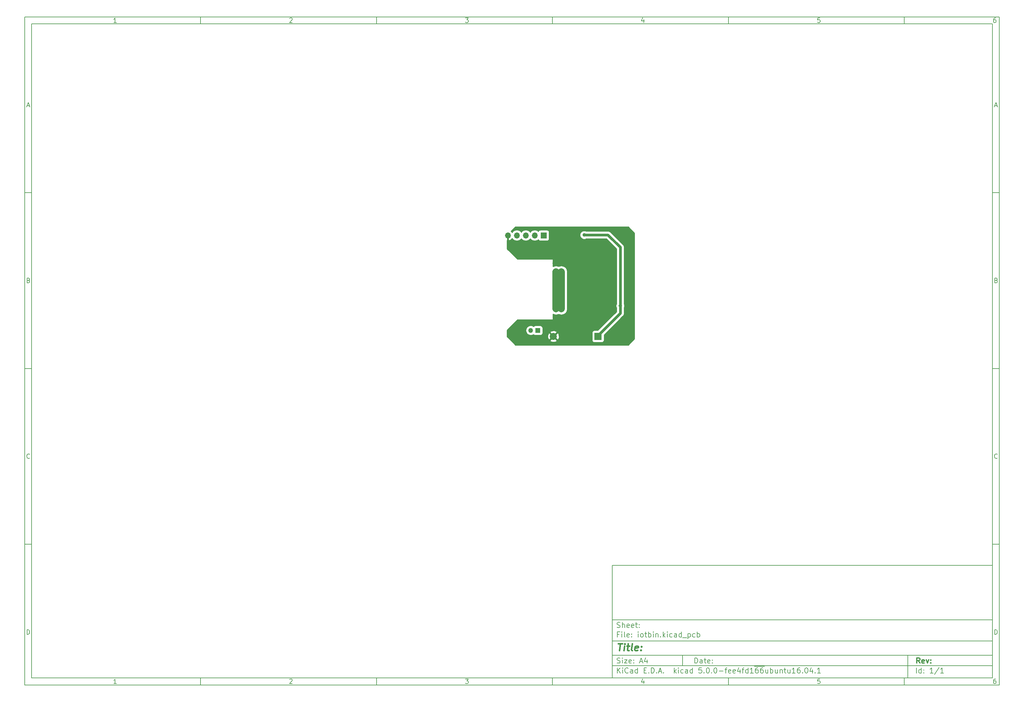
<source format=gbr>
G04 #@! TF.GenerationSoftware,KiCad,Pcbnew,5.0.0-fee4fd1~66~ubuntu16.04.1*
G04 #@! TF.CreationDate,2018-09-18T00:27:07+02:00*
G04 #@! TF.ProjectId,iotbin,696F7462696E2E6B696361645F706362,rev?*
G04 #@! TF.SameCoordinates,Original*
G04 #@! TF.FileFunction,Copper,L2,Bot,Signal*
G04 #@! TF.FilePolarity,Positive*
%FSLAX46Y46*%
G04 Gerber Fmt 4.6, Leading zero omitted, Abs format (unit mm)*
G04 Created by KiCad (PCBNEW 5.0.0-fee4fd1~66~ubuntu16.04.1) date Tue Sep 18 00:27:07 2018*
%MOMM*%
%LPD*%
G01*
G04 APERTURE LIST*
%ADD10C,0.100000*%
%ADD11C,0.150000*%
%ADD12C,0.300000*%
%ADD13C,0.400000*%
G04 #@! TA.AperFunction,ComponentPad*
%ADD14R,1.700000X1.700000*%
G04 #@! TD*
G04 #@! TA.AperFunction,ComponentPad*
%ADD15O,1.700000X1.700000*%
G04 #@! TD*
G04 #@! TA.AperFunction,ComponentPad*
%ADD16R,1.350000X1.350000*%
G04 #@! TD*
G04 #@! TA.AperFunction,ComponentPad*
%ADD17O,1.350000X1.350000*%
G04 #@! TD*
G04 #@! TA.AperFunction,ComponentPad*
%ADD18C,2.000000*%
G04 #@! TD*
G04 #@! TA.AperFunction,ComponentPad*
%ADD19R,2.000000X2.000000*%
G04 #@! TD*
G04 #@! TA.AperFunction,ViaPad*
%ADD20C,1.000000*%
G04 #@! TD*
G04 #@! TA.AperFunction,Conductor*
%ADD21C,0.750000*%
G04 #@! TD*
G04 #@! TA.AperFunction,Conductor*
%ADD22C,2.000000*%
G04 #@! TD*
G04 #@! TA.AperFunction,Conductor*
%ADD23C,0.254000*%
G04 #@! TD*
G04 APERTURE END LIST*
D10*
D11*
X177002200Y-166007200D02*
X177002200Y-198007200D01*
X285002200Y-198007200D01*
X285002200Y-166007200D01*
X177002200Y-166007200D01*
D10*
D11*
X10000000Y-10000000D02*
X10000000Y-200007200D01*
X287002200Y-200007200D01*
X287002200Y-10000000D01*
X10000000Y-10000000D01*
D10*
D11*
X12000000Y-12000000D02*
X12000000Y-198007200D01*
X285002200Y-198007200D01*
X285002200Y-12000000D01*
X12000000Y-12000000D01*
D10*
D11*
X60000000Y-12000000D02*
X60000000Y-10000000D01*
D10*
D11*
X110000000Y-12000000D02*
X110000000Y-10000000D01*
D10*
D11*
X160000000Y-12000000D02*
X160000000Y-10000000D01*
D10*
D11*
X210000000Y-12000000D02*
X210000000Y-10000000D01*
D10*
D11*
X260000000Y-12000000D02*
X260000000Y-10000000D01*
D10*
D11*
X36065476Y-11588095D02*
X35322619Y-11588095D01*
X35694047Y-11588095D02*
X35694047Y-10288095D01*
X35570238Y-10473809D01*
X35446428Y-10597619D01*
X35322619Y-10659523D01*
D10*
D11*
X85322619Y-10411904D02*
X85384523Y-10350000D01*
X85508333Y-10288095D01*
X85817857Y-10288095D01*
X85941666Y-10350000D01*
X86003571Y-10411904D01*
X86065476Y-10535714D01*
X86065476Y-10659523D01*
X86003571Y-10845238D01*
X85260714Y-11588095D01*
X86065476Y-11588095D01*
D10*
D11*
X135260714Y-10288095D02*
X136065476Y-10288095D01*
X135632142Y-10783333D01*
X135817857Y-10783333D01*
X135941666Y-10845238D01*
X136003571Y-10907142D01*
X136065476Y-11030952D01*
X136065476Y-11340476D01*
X136003571Y-11464285D01*
X135941666Y-11526190D01*
X135817857Y-11588095D01*
X135446428Y-11588095D01*
X135322619Y-11526190D01*
X135260714Y-11464285D01*
D10*
D11*
X185941666Y-10721428D02*
X185941666Y-11588095D01*
X185632142Y-10226190D02*
X185322619Y-11154761D01*
X186127380Y-11154761D01*
D10*
D11*
X236003571Y-10288095D02*
X235384523Y-10288095D01*
X235322619Y-10907142D01*
X235384523Y-10845238D01*
X235508333Y-10783333D01*
X235817857Y-10783333D01*
X235941666Y-10845238D01*
X236003571Y-10907142D01*
X236065476Y-11030952D01*
X236065476Y-11340476D01*
X236003571Y-11464285D01*
X235941666Y-11526190D01*
X235817857Y-11588095D01*
X235508333Y-11588095D01*
X235384523Y-11526190D01*
X235322619Y-11464285D01*
D10*
D11*
X285941666Y-10288095D02*
X285694047Y-10288095D01*
X285570238Y-10350000D01*
X285508333Y-10411904D01*
X285384523Y-10597619D01*
X285322619Y-10845238D01*
X285322619Y-11340476D01*
X285384523Y-11464285D01*
X285446428Y-11526190D01*
X285570238Y-11588095D01*
X285817857Y-11588095D01*
X285941666Y-11526190D01*
X286003571Y-11464285D01*
X286065476Y-11340476D01*
X286065476Y-11030952D01*
X286003571Y-10907142D01*
X285941666Y-10845238D01*
X285817857Y-10783333D01*
X285570238Y-10783333D01*
X285446428Y-10845238D01*
X285384523Y-10907142D01*
X285322619Y-11030952D01*
D10*
D11*
X60000000Y-198007200D02*
X60000000Y-200007200D01*
D10*
D11*
X110000000Y-198007200D02*
X110000000Y-200007200D01*
D10*
D11*
X160000000Y-198007200D02*
X160000000Y-200007200D01*
D10*
D11*
X210000000Y-198007200D02*
X210000000Y-200007200D01*
D10*
D11*
X260000000Y-198007200D02*
X260000000Y-200007200D01*
D10*
D11*
X36065476Y-199595295D02*
X35322619Y-199595295D01*
X35694047Y-199595295D02*
X35694047Y-198295295D01*
X35570238Y-198481009D01*
X35446428Y-198604819D01*
X35322619Y-198666723D01*
D10*
D11*
X85322619Y-198419104D02*
X85384523Y-198357200D01*
X85508333Y-198295295D01*
X85817857Y-198295295D01*
X85941666Y-198357200D01*
X86003571Y-198419104D01*
X86065476Y-198542914D01*
X86065476Y-198666723D01*
X86003571Y-198852438D01*
X85260714Y-199595295D01*
X86065476Y-199595295D01*
D10*
D11*
X135260714Y-198295295D02*
X136065476Y-198295295D01*
X135632142Y-198790533D01*
X135817857Y-198790533D01*
X135941666Y-198852438D01*
X136003571Y-198914342D01*
X136065476Y-199038152D01*
X136065476Y-199347676D01*
X136003571Y-199471485D01*
X135941666Y-199533390D01*
X135817857Y-199595295D01*
X135446428Y-199595295D01*
X135322619Y-199533390D01*
X135260714Y-199471485D01*
D10*
D11*
X185941666Y-198728628D02*
X185941666Y-199595295D01*
X185632142Y-198233390D02*
X185322619Y-199161961D01*
X186127380Y-199161961D01*
D10*
D11*
X236003571Y-198295295D02*
X235384523Y-198295295D01*
X235322619Y-198914342D01*
X235384523Y-198852438D01*
X235508333Y-198790533D01*
X235817857Y-198790533D01*
X235941666Y-198852438D01*
X236003571Y-198914342D01*
X236065476Y-199038152D01*
X236065476Y-199347676D01*
X236003571Y-199471485D01*
X235941666Y-199533390D01*
X235817857Y-199595295D01*
X235508333Y-199595295D01*
X235384523Y-199533390D01*
X235322619Y-199471485D01*
D10*
D11*
X285941666Y-198295295D02*
X285694047Y-198295295D01*
X285570238Y-198357200D01*
X285508333Y-198419104D01*
X285384523Y-198604819D01*
X285322619Y-198852438D01*
X285322619Y-199347676D01*
X285384523Y-199471485D01*
X285446428Y-199533390D01*
X285570238Y-199595295D01*
X285817857Y-199595295D01*
X285941666Y-199533390D01*
X286003571Y-199471485D01*
X286065476Y-199347676D01*
X286065476Y-199038152D01*
X286003571Y-198914342D01*
X285941666Y-198852438D01*
X285817857Y-198790533D01*
X285570238Y-198790533D01*
X285446428Y-198852438D01*
X285384523Y-198914342D01*
X285322619Y-199038152D01*
D10*
D11*
X10000000Y-60000000D02*
X12000000Y-60000000D01*
D10*
D11*
X10000000Y-110000000D02*
X12000000Y-110000000D01*
D10*
D11*
X10000000Y-160000000D02*
X12000000Y-160000000D01*
D10*
D11*
X10690476Y-35216666D02*
X11309523Y-35216666D01*
X10566666Y-35588095D02*
X11000000Y-34288095D01*
X11433333Y-35588095D01*
D10*
D11*
X11092857Y-84907142D02*
X11278571Y-84969047D01*
X11340476Y-85030952D01*
X11402380Y-85154761D01*
X11402380Y-85340476D01*
X11340476Y-85464285D01*
X11278571Y-85526190D01*
X11154761Y-85588095D01*
X10659523Y-85588095D01*
X10659523Y-84288095D01*
X11092857Y-84288095D01*
X11216666Y-84350000D01*
X11278571Y-84411904D01*
X11340476Y-84535714D01*
X11340476Y-84659523D01*
X11278571Y-84783333D01*
X11216666Y-84845238D01*
X11092857Y-84907142D01*
X10659523Y-84907142D01*
D10*
D11*
X11402380Y-135464285D02*
X11340476Y-135526190D01*
X11154761Y-135588095D01*
X11030952Y-135588095D01*
X10845238Y-135526190D01*
X10721428Y-135402380D01*
X10659523Y-135278571D01*
X10597619Y-135030952D01*
X10597619Y-134845238D01*
X10659523Y-134597619D01*
X10721428Y-134473809D01*
X10845238Y-134350000D01*
X11030952Y-134288095D01*
X11154761Y-134288095D01*
X11340476Y-134350000D01*
X11402380Y-134411904D01*
D10*
D11*
X10659523Y-185588095D02*
X10659523Y-184288095D01*
X10969047Y-184288095D01*
X11154761Y-184350000D01*
X11278571Y-184473809D01*
X11340476Y-184597619D01*
X11402380Y-184845238D01*
X11402380Y-185030952D01*
X11340476Y-185278571D01*
X11278571Y-185402380D01*
X11154761Y-185526190D01*
X10969047Y-185588095D01*
X10659523Y-185588095D01*
D10*
D11*
X287002200Y-60000000D02*
X285002200Y-60000000D01*
D10*
D11*
X287002200Y-110000000D02*
X285002200Y-110000000D01*
D10*
D11*
X287002200Y-160000000D02*
X285002200Y-160000000D01*
D10*
D11*
X285692676Y-35216666D02*
X286311723Y-35216666D01*
X285568866Y-35588095D02*
X286002200Y-34288095D01*
X286435533Y-35588095D01*
D10*
D11*
X286095057Y-84907142D02*
X286280771Y-84969047D01*
X286342676Y-85030952D01*
X286404580Y-85154761D01*
X286404580Y-85340476D01*
X286342676Y-85464285D01*
X286280771Y-85526190D01*
X286156961Y-85588095D01*
X285661723Y-85588095D01*
X285661723Y-84288095D01*
X286095057Y-84288095D01*
X286218866Y-84350000D01*
X286280771Y-84411904D01*
X286342676Y-84535714D01*
X286342676Y-84659523D01*
X286280771Y-84783333D01*
X286218866Y-84845238D01*
X286095057Y-84907142D01*
X285661723Y-84907142D01*
D10*
D11*
X286404580Y-135464285D02*
X286342676Y-135526190D01*
X286156961Y-135588095D01*
X286033152Y-135588095D01*
X285847438Y-135526190D01*
X285723628Y-135402380D01*
X285661723Y-135278571D01*
X285599819Y-135030952D01*
X285599819Y-134845238D01*
X285661723Y-134597619D01*
X285723628Y-134473809D01*
X285847438Y-134350000D01*
X286033152Y-134288095D01*
X286156961Y-134288095D01*
X286342676Y-134350000D01*
X286404580Y-134411904D01*
D10*
D11*
X285661723Y-185588095D02*
X285661723Y-184288095D01*
X285971247Y-184288095D01*
X286156961Y-184350000D01*
X286280771Y-184473809D01*
X286342676Y-184597619D01*
X286404580Y-184845238D01*
X286404580Y-185030952D01*
X286342676Y-185278571D01*
X286280771Y-185402380D01*
X286156961Y-185526190D01*
X285971247Y-185588095D01*
X285661723Y-185588095D01*
D10*
D11*
X200434342Y-193785771D02*
X200434342Y-192285771D01*
X200791485Y-192285771D01*
X201005771Y-192357200D01*
X201148628Y-192500057D01*
X201220057Y-192642914D01*
X201291485Y-192928628D01*
X201291485Y-193142914D01*
X201220057Y-193428628D01*
X201148628Y-193571485D01*
X201005771Y-193714342D01*
X200791485Y-193785771D01*
X200434342Y-193785771D01*
X202577200Y-193785771D02*
X202577200Y-193000057D01*
X202505771Y-192857200D01*
X202362914Y-192785771D01*
X202077200Y-192785771D01*
X201934342Y-192857200D01*
X202577200Y-193714342D02*
X202434342Y-193785771D01*
X202077200Y-193785771D01*
X201934342Y-193714342D01*
X201862914Y-193571485D01*
X201862914Y-193428628D01*
X201934342Y-193285771D01*
X202077200Y-193214342D01*
X202434342Y-193214342D01*
X202577200Y-193142914D01*
X203077200Y-192785771D02*
X203648628Y-192785771D01*
X203291485Y-192285771D02*
X203291485Y-193571485D01*
X203362914Y-193714342D01*
X203505771Y-193785771D01*
X203648628Y-193785771D01*
X204720057Y-193714342D02*
X204577200Y-193785771D01*
X204291485Y-193785771D01*
X204148628Y-193714342D01*
X204077200Y-193571485D01*
X204077200Y-193000057D01*
X204148628Y-192857200D01*
X204291485Y-192785771D01*
X204577200Y-192785771D01*
X204720057Y-192857200D01*
X204791485Y-193000057D01*
X204791485Y-193142914D01*
X204077200Y-193285771D01*
X205434342Y-193642914D02*
X205505771Y-193714342D01*
X205434342Y-193785771D01*
X205362914Y-193714342D01*
X205434342Y-193642914D01*
X205434342Y-193785771D01*
X205434342Y-192857200D02*
X205505771Y-192928628D01*
X205434342Y-193000057D01*
X205362914Y-192928628D01*
X205434342Y-192857200D01*
X205434342Y-193000057D01*
D10*
D11*
X177002200Y-194507200D02*
X285002200Y-194507200D01*
D10*
D11*
X178434342Y-196585771D02*
X178434342Y-195085771D01*
X179291485Y-196585771D02*
X178648628Y-195728628D01*
X179291485Y-195085771D02*
X178434342Y-195942914D01*
X179934342Y-196585771D02*
X179934342Y-195585771D01*
X179934342Y-195085771D02*
X179862914Y-195157200D01*
X179934342Y-195228628D01*
X180005771Y-195157200D01*
X179934342Y-195085771D01*
X179934342Y-195228628D01*
X181505771Y-196442914D02*
X181434342Y-196514342D01*
X181220057Y-196585771D01*
X181077200Y-196585771D01*
X180862914Y-196514342D01*
X180720057Y-196371485D01*
X180648628Y-196228628D01*
X180577200Y-195942914D01*
X180577200Y-195728628D01*
X180648628Y-195442914D01*
X180720057Y-195300057D01*
X180862914Y-195157200D01*
X181077200Y-195085771D01*
X181220057Y-195085771D01*
X181434342Y-195157200D01*
X181505771Y-195228628D01*
X182791485Y-196585771D02*
X182791485Y-195800057D01*
X182720057Y-195657200D01*
X182577200Y-195585771D01*
X182291485Y-195585771D01*
X182148628Y-195657200D01*
X182791485Y-196514342D02*
X182648628Y-196585771D01*
X182291485Y-196585771D01*
X182148628Y-196514342D01*
X182077200Y-196371485D01*
X182077200Y-196228628D01*
X182148628Y-196085771D01*
X182291485Y-196014342D01*
X182648628Y-196014342D01*
X182791485Y-195942914D01*
X184148628Y-196585771D02*
X184148628Y-195085771D01*
X184148628Y-196514342D02*
X184005771Y-196585771D01*
X183720057Y-196585771D01*
X183577200Y-196514342D01*
X183505771Y-196442914D01*
X183434342Y-196300057D01*
X183434342Y-195871485D01*
X183505771Y-195728628D01*
X183577200Y-195657200D01*
X183720057Y-195585771D01*
X184005771Y-195585771D01*
X184148628Y-195657200D01*
X186005771Y-195800057D02*
X186505771Y-195800057D01*
X186720057Y-196585771D02*
X186005771Y-196585771D01*
X186005771Y-195085771D01*
X186720057Y-195085771D01*
X187362914Y-196442914D02*
X187434342Y-196514342D01*
X187362914Y-196585771D01*
X187291485Y-196514342D01*
X187362914Y-196442914D01*
X187362914Y-196585771D01*
X188077200Y-196585771D02*
X188077200Y-195085771D01*
X188434342Y-195085771D01*
X188648628Y-195157200D01*
X188791485Y-195300057D01*
X188862914Y-195442914D01*
X188934342Y-195728628D01*
X188934342Y-195942914D01*
X188862914Y-196228628D01*
X188791485Y-196371485D01*
X188648628Y-196514342D01*
X188434342Y-196585771D01*
X188077200Y-196585771D01*
X189577200Y-196442914D02*
X189648628Y-196514342D01*
X189577200Y-196585771D01*
X189505771Y-196514342D01*
X189577200Y-196442914D01*
X189577200Y-196585771D01*
X190220057Y-196157200D02*
X190934342Y-196157200D01*
X190077200Y-196585771D02*
X190577200Y-195085771D01*
X191077200Y-196585771D01*
X191577200Y-196442914D02*
X191648628Y-196514342D01*
X191577200Y-196585771D01*
X191505771Y-196514342D01*
X191577200Y-196442914D01*
X191577200Y-196585771D01*
X194577200Y-196585771D02*
X194577200Y-195085771D01*
X194720057Y-196014342D02*
X195148628Y-196585771D01*
X195148628Y-195585771D02*
X194577200Y-196157200D01*
X195791485Y-196585771D02*
X195791485Y-195585771D01*
X195791485Y-195085771D02*
X195720057Y-195157200D01*
X195791485Y-195228628D01*
X195862914Y-195157200D01*
X195791485Y-195085771D01*
X195791485Y-195228628D01*
X197148628Y-196514342D02*
X197005771Y-196585771D01*
X196720057Y-196585771D01*
X196577200Y-196514342D01*
X196505771Y-196442914D01*
X196434342Y-196300057D01*
X196434342Y-195871485D01*
X196505771Y-195728628D01*
X196577200Y-195657200D01*
X196720057Y-195585771D01*
X197005771Y-195585771D01*
X197148628Y-195657200D01*
X198434342Y-196585771D02*
X198434342Y-195800057D01*
X198362914Y-195657200D01*
X198220057Y-195585771D01*
X197934342Y-195585771D01*
X197791485Y-195657200D01*
X198434342Y-196514342D02*
X198291485Y-196585771D01*
X197934342Y-196585771D01*
X197791485Y-196514342D01*
X197720057Y-196371485D01*
X197720057Y-196228628D01*
X197791485Y-196085771D01*
X197934342Y-196014342D01*
X198291485Y-196014342D01*
X198434342Y-195942914D01*
X199791485Y-196585771D02*
X199791485Y-195085771D01*
X199791485Y-196514342D02*
X199648628Y-196585771D01*
X199362914Y-196585771D01*
X199220057Y-196514342D01*
X199148628Y-196442914D01*
X199077200Y-196300057D01*
X199077200Y-195871485D01*
X199148628Y-195728628D01*
X199220057Y-195657200D01*
X199362914Y-195585771D01*
X199648628Y-195585771D01*
X199791485Y-195657200D01*
X202362914Y-195085771D02*
X201648628Y-195085771D01*
X201577200Y-195800057D01*
X201648628Y-195728628D01*
X201791485Y-195657200D01*
X202148628Y-195657200D01*
X202291485Y-195728628D01*
X202362914Y-195800057D01*
X202434342Y-195942914D01*
X202434342Y-196300057D01*
X202362914Y-196442914D01*
X202291485Y-196514342D01*
X202148628Y-196585771D01*
X201791485Y-196585771D01*
X201648628Y-196514342D01*
X201577200Y-196442914D01*
X203077200Y-196442914D02*
X203148628Y-196514342D01*
X203077200Y-196585771D01*
X203005771Y-196514342D01*
X203077200Y-196442914D01*
X203077200Y-196585771D01*
X204077200Y-195085771D02*
X204220057Y-195085771D01*
X204362914Y-195157200D01*
X204434342Y-195228628D01*
X204505771Y-195371485D01*
X204577200Y-195657200D01*
X204577200Y-196014342D01*
X204505771Y-196300057D01*
X204434342Y-196442914D01*
X204362914Y-196514342D01*
X204220057Y-196585771D01*
X204077200Y-196585771D01*
X203934342Y-196514342D01*
X203862914Y-196442914D01*
X203791485Y-196300057D01*
X203720057Y-196014342D01*
X203720057Y-195657200D01*
X203791485Y-195371485D01*
X203862914Y-195228628D01*
X203934342Y-195157200D01*
X204077200Y-195085771D01*
X205220057Y-196442914D02*
X205291485Y-196514342D01*
X205220057Y-196585771D01*
X205148628Y-196514342D01*
X205220057Y-196442914D01*
X205220057Y-196585771D01*
X206220057Y-195085771D02*
X206362914Y-195085771D01*
X206505771Y-195157200D01*
X206577200Y-195228628D01*
X206648628Y-195371485D01*
X206720057Y-195657200D01*
X206720057Y-196014342D01*
X206648628Y-196300057D01*
X206577200Y-196442914D01*
X206505771Y-196514342D01*
X206362914Y-196585771D01*
X206220057Y-196585771D01*
X206077200Y-196514342D01*
X206005771Y-196442914D01*
X205934342Y-196300057D01*
X205862914Y-196014342D01*
X205862914Y-195657200D01*
X205934342Y-195371485D01*
X206005771Y-195228628D01*
X206077200Y-195157200D01*
X206220057Y-195085771D01*
X207362914Y-196014342D02*
X208505771Y-196014342D01*
X209005771Y-195585771D02*
X209577200Y-195585771D01*
X209220057Y-196585771D02*
X209220057Y-195300057D01*
X209291485Y-195157200D01*
X209434342Y-195085771D01*
X209577200Y-195085771D01*
X210648628Y-196514342D02*
X210505771Y-196585771D01*
X210220057Y-196585771D01*
X210077200Y-196514342D01*
X210005771Y-196371485D01*
X210005771Y-195800057D01*
X210077200Y-195657200D01*
X210220057Y-195585771D01*
X210505771Y-195585771D01*
X210648628Y-195657200D01*
X210720057Y-195800057D01*
X210720057Y-195942914D01*
X210005771Y-196085771D01*
X211934342Y-196514342D02*
X211791485Y-196585771D01*
X211505771Y-196585771D01*
X211362914Y-196514342D01*
X211291485Y-196371485D01*
X211291485Y-195800057D01*
X211362914Y-195657200D01*
X211505771Y-195585771D01*
X211791485Y-195585771D01*
X211934342Y-195657200D01*
X212005771Y-195800057D01*
X212005771Y-195942914D01*
X211291485Y-196085771D01*
X213291485Y-195585771D02*
X213291485Y-196585771D01*
X212934342Y-195014342D02*
X212577200Y-196085771D01*
X213505771Y-196085771D01*
X213862914Y-195585771D02*
X214434342Y-195585771D01*
X214077200Y-196585771D02*
X214077200Y-195300057D01*
X214148628Y-195157200D01*
X214291485Y-195085771D01*
X214434342Y-195085771D01*
X215577200Y-196585771D02*
X215577200Y-195085771D01*
X215577200Y-196514342D02*
X215434342Y-196585771D01*
X215148628Y-196585771D01*
X215005771Y-196514342D01*
X214934342Y-196442914D01*
X214862914Y-196300057D01*
X214862914Y-195871485D01*
X214934342Y-195728628D01*
X215005771Y-195657200D01*
X215148628Y-195585771D01*
X215434342Y-195585771D01*
X215577200Y-195657200D01*
X217077200Y-196585771D02*
X216220057Y-196585771D01*
X216648628Y-196585771D02*
X216648628Y-195085771D01*
X216505771Y-195300057D01*
X216362914Y-195442914D01*
X216220057Y-195514342D01*
X217362914Y-194677200D02*
X218791485Y-194677200D01*
X218362914Y-195085771D02*
X218077200Y-195085771D01*
X217934342Y-195157200D01*
X217862914Y-195228628D01*
X217720057Y-195442914D01*
X217648628Y-195728628D01*
X217648628Y-196300057D01*
X217720057Y-196442914D01*
X217791485Y-196514342D01*
X217934342Y-196585771D01*
X218220057Y-196585771D01*
X218362914Y-196514342D01*
X218434342Y-196442914D01*
X218505771Y-196300057D01*
X218505771Y-195942914D01*
X218434342Y-195800057D01*
X218362914Y-195728628D01*
X218220057Y-195657200D01*
X217934342Y-195657200D01*
X217791485Y-195728628D01*
X217720057Y-195800057D01*
X217648628Y-195942914D01*
X218791485Y-194677200D02*
X220220057Y-194677200D01*
X219791485Y-195085771D02*
X219505771Y-195085771D01*
X219362914Y-195157200D01*
X219291485Y-195228628D01*
X219148628Y-195442914D01*
X219077200Y-195728628D01*
X219077200Y-196300057D01*
X219148628Y-196442914D01*
X219220057Y-196514342D01*
X219362914Y-196585771D01*
X219648628Y-196585771D01*
X219791485Y-196514342D01*
X219862914Y-196442914D01*
X219934342Y-196300057D01*
X219934342Y-195942914D01*
X219862914Y-195800057D01*
X219791485Y-195728628D01*
X219648628Y-195657200D01*
X219362914Y-195657200D01*
X219220057Y-195728628D01*
X219148628Y-195800057D01*
X219077200Y-195942914D01*
X221220057Y-195585771D02*
X221220057Y-196585771D01*
X220577200Y-195585771D02*
X220577200Y-196371485D01*
X220648628Y-196514342D01*
X220791485Y-196585771D01*
X221005771Y-196585771D01*
X221148628Y-196514342D01*
X221220057Y-196442914D01*
X221934342Y-196585771D02*
X221934342Y-195085771D01*
X221934342Y-195657200D02*
X222077200Y-195585771D01*
X222362914Y-195585771D01*
X222505771Y-195657200D01*
X222577200Y-195728628D01*
X222648628Y-195871485D01*
X222648628Y-196300057D01*
X222577200Y-196442914D01*
X222505771Y-196514342D01*
X222362914Y-196585771D01*
X222077200Y-196585771D01*
X221934342Y-196514342D01*
X223934342Y-195585771D02*
X223934342Y-196585771D01*
X223291485Y-195585771D02*
X223291485Y-196371485D01*
X223362914Y-196514342D01*
X223505771Y-196585771D01*
X223720057Y-196585771D01*
X223862914Y-196514342D01*
X223934342Y-196442914D01*
X224648628Y-195585771D02*
X224648628Y-196585771D01*
X224648628Y-195728628D02*
X224720057Y-195657200D01*
X224862914Y-195585771D01*
X225077200Y-195585771D01*
X225220057Y-195657200D01*
X225291485Y-195800057D01*
X225291485Y-196585771D01*
X225791485Y-195585771D02*
X226362914Y-195585771D01*
X226005771Y-195085771D02*
X226005771Y-196371485D01*
X226077200Y-196514342D01*
X226220057Y-196585771D01*
X226362914Y-196585771D01*
X227505771Y-195585771D02*
X227505771Y-196585771D01*
X226862914Y-195585771D02*
X226862914Y-196371485D01*
X226934342Y-196514342D01*
X227077200Y-196585771D01*
X227291485Y-196585771D01*
X227434342Y-196514342D01*
X227505771Y-196442914D01*
X229005771Y-196585771D02*
X228148628Y-196585771D01*
X228577200Y-196585771D02*
X228577200Y-195085771D01*
X228434342Y-195300057D01*
X228291485Y-195442914D01*
X228148628Y-195514342D01*
X230291485Y-195085771D02*
X230005771Y-195085771D01*
X229862914Y-195157200D01*
X229791485Y-195228628D01*
X229648628Y-195442914D01*
X229577200Y-195728628D01*
X229577200Y-196300057D01*
X229648628Y-196442914D01*
X229720057Y-196514342D01*
X229862914Y-196585771D01*
X230148628Y-196585771D01*
X230291485Y-196514342D01*
X230362914Y-196442914D01*
X230434342Y-196300057D01*
X230434342Y-195942914D01*
X230362914Y-195800057D01*
X230291485Y-195728628D01*
X230148628Y-195657200D01*
X229862914Y-195657200D01*
X229720057Y-195728628D01*
X229648628Y-195800057D01*
X229577200Y-195942914D01*
X231077200Y-196442914D02*
X231148628Y-196514342D01*
X231077200Y-196585771D01*
X231005771Y-196514342D01*
X231077200Y-196442914D01*
X231077200Y-196585771D01*
X232077200Y-195085771D02*
X232220057Y-195085771D01*
X232362914Y-195157200D01*
X232434342Y-195228628D01*
X232505771Y-195371485D01*
X232577200Y-195657200D01*
X232577200Y-196014342D01*
X232505771Y-196300057D01*
X232434342Y-196442914D01*
X232362914Y-196514342D01*
X232220057Y-196585771D01*
X232077200Y-196585771D01*
X231934342Y-196514342D01*
X231862914Y-196442914D01*
X231791485Y-196300057D01*
X231720057Y-196014342D01*
X231720057Y-195657200D01*
X231791485Y-195371485D01*
X231862914Y-195228628D01*
X231934342Y-195157200D01*
X232077200Y-195085771D01*
X233862914Y-195585771D02*
X233862914Y-196585771D01*
X233505771Y-195014342D02*
X233148628Y-196085771D01*
X234077200Y-196085771D01*
X234648628Y-196442914D02*
X234720057Y-196514342D01*
X234648628Y-196585771D01*
X234577200Y-196514342D01*
X234648628Y-196442914D01*
X234648628Y-196585771D01*
X236148628Y-196585771D02*
X235291485Y-196585771D01*
X235720057Y-196585771D02*
X235720057Y-195085771D01*
X235577200Y-195300057D01*
X235434342Y-195442914D01*
X235291485Y-195514342D01*
D10*
D11*
X177002200Y-191507200D02*
X285002200Y-191507200D01*
D10*
D12*
X264411485Y-193785771D02*
X263911485Y-193071485D01*
X263554342Y-193785771D02*
X263554342Y-192285771D01*
X264125771Y-192285771D01*
X264268628Y-192357200D01*
X264340057Y-192428628D01*
X264411485Y-192571485D01*
X264411485Y-192785771D01*
X264340057Y-192928628D01*
X264268628Y-193000057D01*
X264125771Y-193071485D01*
X263554342Y-193071485D01*
X265625771Y-193714342D02*
X265482914Y-193785771D01*
X265197200Y-193785771D01*
X265054342Y-193714342D01*
X264982914Y-193571485D01*
X264982914Y-193000057D01*
X265054342Y-192857200D01*
X265197200Y-192785771D01*
X265482914Y-192785771D01*
X265625771Y-192857200D01*
X265697200Y-193000057D01*
X265697200Y-193142914D01*
X264982914Y-193285771D01*
X266197200Y-192785771D02*
X266554342Y-193785771D01*
X266911485Y-192785771D01*
X267482914Y-193642914D02*
X267554342Y-193714342D01*
X267482914Y-193785771D01*
X267411485Y-193714342D01*
X267482914Y-193642914D01*
X267482914Y-193785771D01*
X267482914Y-192857200D02*
X267554342Y-192928628D01*
X267482914Y-193000057D01*
X267411485Y-192928628D01*
X267482914Y-192857200D01*
X267482914Y-193000057D01*
D10*
D11*
X178362914Y-193714342D02*
X178577200Y-193785771D01*
X178934342Y-193785771D01*
X179077200Y-193714342D01*
X179148628Y-193642914D01*
X179220057Y-193500057D01*
X179220057Y-193357200D01*
X179148628Y-193214342D01*
X179077200Y-193142914D01*
X178934342Y-193071485D01*
X178648628Y-193000057D01*
X178505771Y-192928628D01*
X178434342Y-192857200D01*
X178362914Y-192714342D01*
X178362914Y-192571485D01*
X178434342Y-192428628D01*
X178505771Y-192357200D01*
X178648628Y-192285771D01*
X179005771Y-192285771D01*
X179220057Y-192357200D01*
X179862914Y-193785771D02*
X179862914Y-192785771D01*
X179862914Y-192285771D02*
X179791485Y-192357200D01*
X179862914Y-192428628D01*
X179934342Y-192357200D01*
X179862914Y-192285771D01*
X179862914Y-192428628D01*
X180434342Y-192785771D02*
X181220057Y-192785771D01*
X180434342Y-193785771D01*
X181220057Y-193785771D01*
X182362914Y-193714342D02*
X182220057Y-193785771D01*
X181934342Y-193785771D01*
X181791485Y-193714342D01*
X181720057Y-193571485D01*
X181720057Y-193000057D01*
X181791485Y-192857200D01*
X181934342Y-192785771D01*
X182220057Y-192785771D01*
X182362914Y-192857200D01*
X182434342Y-193000057D01*
X182434342Y-193142914D01*
X181720057Y-193285771D01*
X183077200Y-193642914D02*
X183148628Y-193714342D01*
X183077200Y-193785771D01*
X183005771Y-193714342D01*
X183077200Y-193642914D01*
X183077200Y-193785771D01*
X183077200Y-192857200D02*
X183148628Y-192928628D01*
X183077200Y-193000057D01*
X183005771Y-192928628D01*
X183077200Y-192857200D01*
X183077200Y-193000057D01*
X184862914Y-193357200D02*
X185577200Y-193357200D01*
X184720057Y-193785771D02*
X185220057Y-192285771D01*
X185720057Y-193785771D01*
X186862914Y-192785771D02*
X186862914Y-193785771D01*
X186505771Y-192214342D02*
X186148628Y-193285771D01*
X187077200Y-193285771D01*
D10*
D11*
X263434342Y-196585771D02*
X263434342Y-195085771D01*
X264791485Y-196585771D02*
X264791485Y-195085771D01*
X264791485Y-196514342D02*
X264648628Y-196585771D01*
X264362914Y-196585771D01*
X264220057Y-196514342D01*
X264148628Y-196442914D01*
X264077200Y-196300057D01*
X264077200Y-195871485D01*
X264148628Y-195728628D01*
X264220057Y-195657200D01*
X264362914Y-195585771D01*
X264648628Y-195585771D01*
X264791485Y-195657200D01*
X265505771Y-196442914D02*
X265577200Y-196514342D01*
X265505771Y-196585771D01*
X265434342Y-196514342D01*
X265505771Y-196442914D01*
X265505771Y-196585771D01*
X265505771Y-195657200D02*
X265577200Y-195728628D01*
X265505771Y-195800057D01*
X265434342Y-195728628D01*
X265505771Y-195657200D01*
X265505771Y-195800057D01*
X268148628Y-196585771D02*
X267291485Y-196585771D01*
X267720057Y-196585771D02*
X267720057Y-195085771D01*
X267577200Y-195300057D01*
X267434342Y-195442914D01*
X267291485Y-195514342D01*
X269862914Y-195014342D02*
X268577200Y-196942914D01*
X271148628Y-196585771D02*
X270291485Y-196585771D01*
X270720057Y-196585771D02*
X270720057Y-195085771D01*
X270577200Y-195300057D01*
X270434342Y-195442914D01*
X270291485Y-195514342D01*
D10*
D11*
X177002200Y-187507200D02*
X285002200Y-187507200D01*
D10*
D13*
X178714580Y-188211961D02*
X179857438Y-188211961D01*
X179036009Y-190211961D02*
X179286009Y-188211961D01*
X180274104Y-190211961D02*
X180440771Y-188878628D01*
X180524104Y-188211961D02*
X180416961Y-188307200D01*
X180500295Y-188402438D01*
X180607438Y-188307200D01*
X180524104Y-188211961D01*
X180500295Y-188402438D01*
X181107438Y-188878628D02*
X181869342Y-188878628D01*
X181476485Y-188211961D02*
X181262200Y-189926247D01*
X181333628Y-190116723D01*
X181512200Y-190211961D01*
X181702676Y-190211961D01*
X182655057Y-190211961D02*
X182476485Y-190116723D01*
X182405057Y-189926247D01*
X182619342Y-188211961D01*
X184190771Y-190116723D02*
X183988390Y-190211961D01*
X183607438Y-190211961D01*
X183428866Y-190116723D01*
X183357438Y-189926247D01*
X183452676Y-189164342D01*
X183571723Y-188973866D01*
X183774104Y-188878628D01*
X184155057Y-188878628D01*
X184333628Y-188973866D01*
X184405057Y-189164342D01*
X184381247Y-189354819D01*
X183405057Y-189545295D01*
X185155057Y-190021485D02*
X185238390Y-190116723D01*
X185131247Y-190211961D01*
X185047914Y-190116723D01*
X185155057Y-190021485D01*
X185131247Y-190211961D01*
X185286009Y-188973866D02*
X185369342Y-189069104D01*
X185262200Y-189164342D01*
X185178866Y-189069104D01*
X185286009Y-188973866D01*
X185262200Y-189164342D01*
D10*
D11*
X178934342Y-185600057D02*
X178434342Y-185600057D01*
X178434342Y-186385771D02*
X178434342Y-184885771D01*
X179148628Y-184885771D01*
X179720057Y-186385771D02*
X179720057Y-185385771D01*
X179720057Y-184885771D02*
X179648628Y-184957200D01*
X179720057Y-185028628D01*
X179791485Y-184957200D01*
X179720057Y-184885771D01*
X179720057Y-185028628D01*
X180648628Y-186385771D02*
X180505771Y-186314342D01*
X180434342Y-186171485D01*
X180434342Y-184885771D01*
X181791485Y-186314342D02*
X181648628Y-186385771D01*
X181362914Y-186385771D01*
X181220057Y-186314342D01*
X181148628Y-186171485D01*
X181148628Y-185600057D01*
X181220057Y-185457200D01*
X181362914Y-185385771D01*
X181648628Y-185385771D01*
X181791485Y-185457200D01*
X181862914Y-185600057D01*
X181862914Y-185742914D01*
X181148628Y-185885771D01*
X182505771Y-186242914D02*
X182577200Y-186314342D01*
X182505771Y-186385771D01*
X182434342Y-186314342D01*
X182505771Y-186242914D01*
X182505771Y-186385771D01*
X182505771Y-185457200D02*
X182577200Y-185528628D01*
X182505771Y-185600057D01*
X182434342Y-185528628D01*
X182505771Y-185457200D01*
X182505771Y-185600057D01*
X184362914Y-186385771D02*
X184362914Y-185385771D01*
X184362914Y-184885771D02*
X184291485Y-184957200D01*
X184362914Y-185028628D01*
X184434342Y-184957200D01*
X184362914Y-184885771D01*
X184362914Y-185028628D01*
X185291485Y-186385771D02*
X185148628Y-186314342D01*
X185077200Y-186242914D01*
X185005771Y-186100057D01*
X185005771Y-185671485D01*
X185077200Y-185528628D01*
X185148628Y-185457200D01*
X185291485Y-185385771D01*
X185505771Y-185385771D01*
X185648628Y-185457200D01*
X185720057Y-185528628D01*
X185791485Y-185671485D01*
X185791485Y-186100057D01*
X185720057Y-186242914D01*
X185648628Y-186314342D01*
X185505771Y-186385771D01*
X185291485Y-186385771D01*
X186220057Y-185385771D02*
X186791485Y-185385771D01*
X186434342Y-184885771D02*
X186434342Y-186171485D01*
X186505771Y-186314342D01*
X186648628Y-186385771D01*
X186791485Y-186385771D01*
X187291485Y-186385771D02*
X187291485Y-184885771D01*
X187291485Y-185457200D02*
X187434342Y-185385771D01*
X187720057Y-185385771D01*
X187862914Y-185457200D01*
X187934342Y-185528628D01*
X188005771Y-185671485D01*
X188005771Y-186100057D01*
X187934342Y-186242914D01*
X187862914Y-186314342D01*
X187720057Y-186385771D01*
X187434342Y-186385771D01*
X187291485Y-186314342D01*
X188648628Y-186385771D02*
X188648628Y-185385771D01*
X188648628Y-184885771D02*
X188577200Y-184957200D01*
X188648628Y-185028628D01*
X188720057Y-184957200D01*
X188648628Y-184885771D01*
X188648628Y-185028628D01*
X189362914Y-185385771D02*
X189362914Y-186385771D01*
X189362914Y-185528628D02*
X189434342Y-185457200D01*
X189577200Y-185385771D01*
X189791485Y-185385771D01*
X189934342Y-185457200D01*
X190005771Y-185600057D01*
X190005771Y-186385771D01*
X190720057Y-186242914D02*
X190791485Y-186314342D01*
X190720057Y-186385771D01*
X190648628Y-186314342D01*
X190720057Y-186242914D01*
X190720057Y-186385771D01*
X191434342Y-186385771D02*
X191434342Y-184885771D01*
X191577200Y-185814342D02*
X192005771Y-186385771D01*
X192005771Y-185385771D02*
X191434342Y-185957200D01*
X192648628Y-186385771D02*
X192648628Y-185385771D01*
X192648628Y-184885771D02*
X192577200Y-184957200D01*
X192648628Y-185028628D01*
X192720057Y-184957200D01*
X192648628Y-184885771D01*
X192648628Y-185028628D01*
X194005771Y-186314342D02*
X193862914Y-186385771D01*
X193577200Y-186385771D01*
X193434342Y-186314342D01*
X193362914Y-186242914D01*
X193291485Y-186100057D01*
X193291485Y-185671485D01*
X193362914Y-185528628D01*
X193434342Y-185457200D01*
X193577200Y-185385771D01*
X193862914Y-185385771D01*
X194005771Y-185457200D01*
X195291485Y-186385771D02*
X195291485Y-185600057D01*
X195220057Y-185457200D01*
X195077200Y-185385771D01*
X194791485Y-185385771D01*
X194648628Y-185457200D01*
X195291485Y-186314342D02*
X195148628Y-186385771D01*
X194791485Y-186385771D01*
X194648628Y-186314342D01*
X194577200Y-186171485D01*
X194577200Y-186028628D01*
X194648628Y-185885771D01*
X194791485Y-185814342D01*
X195148628Y-185814342D01*
X195291485Y-185742914D01*
X196648628Y-186385771D02*
X196648628Y-184885771D01*
X196648628Y-186314342D02*
X196505771Y-186385771D01*
X196220057Y-186385771D01*
X196077200Y-186314342D01*
X196005771Y-186242914D01*
X195934342Y-186100057D01*
X195934342Y-185671485D01*
X196005771Y-185528628D01*
X196077200Y-185457200D01*
X196220057Y-185385771D01*
X196505771Y-185385771D01*
X196648628Y-185457200D01*
X197005771Y-186528628D02*
X198148628Y-186528628D01*
X198505771Y-185385771D02*
X198505771Y-186885771D01*
X198505771Y-185457200D02*
X198648628Y-185385771D01*
X198934342Y-185385771D01*
X199077200Y-185457200D01*
X199148628Y-185528628D01*
X199220057Y-185671485D01*
X199220057Y-186100057D01*
X199148628Y-186242914D01*
X199077200Y-186314342D01*
X198934342Y-186385771D01*
X198648628Y-186385771D01*
X198505771Y-186314342D01*
X200505771Y-186314342D02*
X200362914Y-186385771D01*
X200077200Y-186385771D01*
X199934342Y-186314342D01*
X199862914Y-186242914D01*
X199791485Y-186100057D01*
X199791485Y-185671485D01*
X199862914Y-185528628D01*
X199934342Y-185457200D01*
X200077200Y-185385771D01*
X200362914Y-185385771D01*
X200505771Y-185457200D01*
X201148628Y-186385771D02*
X201148628Y-184885771D01*
X201148628Y-185457200D02*
X201291485Y-185385771D01*
X201577200Y-185385771D01*
X201720057Y-185457200D01*
X201791485Y-185528628D01*
X201862914Y-185671485D01*
X201862914Y-186100057D01*
X201791485Y-186242914D01*
X201720057Y-186314342D01*
X201577200Y-186385771D01*
X201291485Y-186385771D01*
X201148628Y-186314342D01*
D10*
D11*
X177002200Y-181507200D02*
X285002200Y-181507200D01*
D10*
D11*
X178362914Y-183614342D02*
X178577200Y-183685771D01*
X178934342Y-183685771D01*
X179077200Y-183614342D01*
X179148628Y-183542914D01*
X179220057Y-183400057D01*
X179220057Y-183257200D01*
X179148628Y-183114342D01*
X179077200Y-183042914D01*
X178934342Y-182971485D01*
X178648628Y-182900057D01*
X178505771Y-182828628D01*
X178434342Y-182757200D01*
X178362914Y-182614342D01*
X178362914Y-182471485D01*
X178434342Y-182328628D01*
X178505771Y-182257200D01*
X178648628Y-182185771D01*
X179005771Y-182185771D01*
X179220057Y-182257200D01*
X179862914Y-183685771D02*
X179862914Y-182185771D01*
X180505771Y-183685771D02*
X180505771Y-182900057D01*
X180434342Y-182757200D01*
X180291485Y-182685771D01*
X180077200Y-182685771D01*
X179934342Y-182757200D01*
X179862914Y-182828628D01*
X181791485Y-183614342D02*
X181648628Y-183685771D01*
X181362914Y-183685771D01*
X181220057Y-183614342D01*
X181148628Y-183471485D01*
X181148628Y-182900057D01*
X181220057Y-182757200D01*
X181362914Y-182685771D01*
X181648628Y-182685771D01*
X181791485Y-182757200D01*
X181862914Y-182900057D01*
X181862914Y-183042914D01*
X181148628Y-183185771D01*
X183077200Y-183614342D02*
X182934342Y-183685771D01*
X182648628Y-183685771D01*
X182505771Y-183614342D01*
X182434342Y-183471485D01*
X182434342Y-182900057D01*
X182505771Y-182757200D01*
X182648628Y-182685771D01*
X182934342Y-182685771D01*
X183077200Y-182757200D01*
X183148628Y-182900057D01*
X183148628Y-183042914D01*
X182434342Y-183185771D01*
X183577200Y-182685771D02*
X184148628Y-182685771D01*
X183791485Y-182185771D02*
X183791485Y-183471485D01*
X183862914Y-183614342D01*
X184005771Y-183685771D01*
X184148628Y-183685771D01*
X184648628Y-183542914D02*
X184720057Y-183614342D01*
X184648628Y-183685771D01*
X184577200Y-183614342D01*
X184648628Y-183542914D01*
X184648628Y-183685771D01*
X184648628Y-182757200D02*
X184720057Y-182828628D01*
X184648628Y-182900057D01*
X184577200Y-182828628D01*
X184648628Y-182757200D01*
X184648628Y-182900057D01*
D10*
D11*
X197002200Y-191507200D02*
X197002200Y-194507200D01*
D10*
D11*
X261002200Y-191507200D02*
X261002200Y-198007200D01*
D14*
G04 #@! TO.P,J1,1*
G04 #@! TO.N,/5V*
X157480000Y-72136000D03*
D15*
G04 #@! TO.P,J1,2*
G04 #@! TO.N,Net-(J1-Pad2)*
X154940000Y-72136000D03*
G04 #@! TO.P,J1,3*
G04 #@! TO.N,Net-(J1-Pad3)*
X152400000Y-72136000D03*
G04 #@! TO.P,J1,4*
G04 #@! TO.N,Net-(J1-Pad4)*
X149860000Y-72136000D03*
G04 #@! TO.P,J1,5*
G04 #@! TO.N,GND*
X147320000Y-72136000D03*
G04 #@! TD*
D16*
G04 #@! TO.P,J2,1*
G04 #@! TO.N,Net-(J2-Pad1)*
X155800000Y-99150000D03*
D17*
G04 #@! TO.P,J2,2*
G04 #@! TO.N,Net-(J2-Pad2)*
X153800000Y-99150000D03*
G04 #@! TD*
D18*
G04 #@! TO.P,BT1,2*
G04 #@! TO.N,GND*
X160246000Y-100844000D03*
D19*
G04 #@! TO.P,BT1,1*
G04 #@! TO.N,/5V*
X172946000Y-100844000D03*
G04 #@! TD*
D20*
G04 #@! TO.N,/5V*
X169000000Y-72000000D03*
X179250000Y-92150000D03*
G04 #@! TO.N,GND*
X160500000Y-80000000D03*
X166400000Y-95650000D03*
X167673372Y-75610872D03*
X175100000Y-74100000D03*
X160050000Y-72950000D03*
G04 #@! TO.N,/3V3*
X161000000Y-82500000D03*
X161000000Y-93000000D03*
X162500000Y-93000000D03*
X162500000Y-82500000D03*
G04 #@! TD*
D21*
G04 #@! TO.N,/5V*
X175750000Y-72000000D02*
X169000000Y-72000000D01*
X173000000Y-101000000D02*
X173000000Y-100540000D01*
X173000000Y-100540000D02*
X179250000Y-94290000D01*
X179250000Y-75500000D02*
X175750000Y-72000000D01*
X179250000Y-94290000D02*
X179250000Y-92150000D01*
X179250000Y-92150000D02*
X179250000Y-75500000D01*
D22*
G04 #@! TO.N,/3V3*
X161000000Y-82500000D02*
X161000000Y-93000000D01*
X162500000Y-93000000D02*
X162500000Y-82500000D01*
G04 #@! TD*
D23*
G04 #@! TO.N,GND*
G36*
X183290001Y-71469607D02*
X183290000Y-101530394D01*
X181530394Y-103290000D01*
X149469606Y-103290000D01*
X148176138Y-101996532D01*
X159273073Y-101996532D01*
X159371736Y-102263387D01*
X159981461Y-102489908D01*
X160631460Y-102465856D01*
X161120264Y-102263387D01*
X161218927Y-101996532D01*
X160246000Y-101023605D01*
X159273073Y-101996532D01*
X148176138Y-101996532D01*
X147127000Y-100947394D01*
X147127000Y-100579461D01*
X158600092Y-100579461D01*
X158624144Y-101229460D01*
X158826613Y-101718264D01*
X159093468Y-101816927D01*
X160066395Y-100844000D01*
X160425605Y-100844000D01*
X161398532Y-101816927D01*
X161665387Y-101718264D01*
X161891908Y-101108539D01*
X161867856Y-100458540D01*
X161665387Y-99969736D01*
X161398532Y-99871073D01*
X160425605Y-100844000D01*
X160066395Y-100844000D01*
X159093468Y-99871073D01*
X158826613Y-99969736D01*
X158600092Y-100579461D01*
X147127000Y-100579461D01*
X147127000Y-99150000D01*
X152370534Y-99150000D01*
X152479346Y-99697033D01*
X152789215Y-100160785D01*
X153252967Y-100470654D01*
X153661920Y-100552000D01*
X153938080Y-100552000D01*
X154347033Y-100470654D01*
X154578650Y-100315893D01*
X154600863Y-100349137D01*
X154841339Y-100509818D01*
X155125000Y-100566242D01*
X156475000Y-100566242D01*
X156758661Y-100509818D01*
X156999137Y-100349137D01*
X157159818Y-100108661D01*
X157216242Y-99825000D01*
X157216242Y-99691468D01*
X159273073Y-99691468D01*
X160246000Y-100664395D01*
X161218927Y-99691468D01*
X161120264Y-99424613D01*
X160510539Y-99198092D01*
X159860540Y-99222144D01*
X159371736Y-99424613D01*
X159273073Y-99691468D01*
X157216242Y-99691468D01*
X157216242Y-98475000D01*
X157159818Y-98191339D01*
X156999137Y-97950863D01*
X156758661Y-97790182D01*
X156475000Y-97733758D01*
X155125000Y-97733758D01*
X154841339Y-97790182D01*
X154600863Y-97950863D01*
X154578650Y-97984107D01*
X154347033Y-97829346D01*
X153938080Y-97748000D01*
X153661920Y-97748000D01*
X153252967Y-97829346D01*
X152789215Y-98139215D01*
X152479346Y-98602967D01*
X152370534Y-99150000D01*
X147127000Y-99150000D01*
X147127000Y-99052606D01*
X150052606Y-96127000D01*
X160000000Y-96127000D01*
X160048601Y-96117333D01*
X160089803Y-96089803D01*
X160117333Y-96048601D01*
X160127000Y-96000000D01*
X160127000Y-94493724D01*
X160326159Y-94626798D01*
X161000000Y-94760833D01*
X161673842Y-94626798D01*
X161750000Y-94575911D01*
X161826158Y-94626798D01*
X162500000Y-94760833D01*
X163173841Y-94626798D01*
X163745097Y-94245097D01*
X164126798Y-93673842D01*
X164227000Y-93170091D01*
X164227000Y-82329909D01*
X164126798Y-81826158D01*
X163745097Y-81254903D01*
X163173842Y-80873202D01*
X162500000Y-80739167D01*
X161826159Y-80873202D01*
X161750000Y-80924090D01*
X161673841Y-80873202D01*
X161000000Y-80739167D01*
X160326158Y-80873202D01*
X160127000Y-81006275D01*
X160127000Y-79000000D01*
X160117333Y-78951399D01*
X160089803Y-78910197D01*
X160048601Y-78882667D01*
X160000000Y-78873000D01*
X150052606Y-78873000D01*
X147127000Y-75947394D01*
X147127000Y-73490986D01*
X147193000Y-73456155D01*
X147193000Y-72263000D01*
X147173000Y-72263000D01*
X147173000Y-72009000D01*
X147193000Y-72009000D01*
X147193000Y-71989000D01*
X147447000Y-71989000D01*
X147447000Y-72009000D01*
X147467000Y-72009000D01*
X147467000Y-72263000D01*
X147447000Y-72263000D01*
X147447000Y-73456155D01*
X147676890Y-73577476D01*
X148086924Y-73407645D01*
X148515183Y-73017358D01*
X148530488Y-72984768D01*
X148723047Y-73272953D01*
X149244685Y-73621501D01*
X149704681Y-73713000D01*
X150015319Y-73713000D01*
X150475315Y-73621501D01*
X150996953Y-73272953D01*
X151130000Y-73073834D01*
X151263047Y-73272953D01*
X151784685Y-73621501D01*
X152244681Y-73713000D01*
X152555319Y-73713000D01*
X153015315Y-73621501D01*
X153536953Y-73272953D01*
X153670000Y-73073834D01*
X153803047Y-73272953D01*
X154324685Y-73621501D01*
X154784681Y-73713000D01*
X155095319Y-73713000D01*
X155555315Y-73621501D01*
X155987375Y-73332807D01*
X156105863Y-73510137D01*
X156346339Y-73670818D01*
X156630000Y-73727242D01*
X158330000Y-73727242D01*
X158613661Y-73670818D01*
X158854137Y-73510137D01*
X159014818Y-73269661D01*
X159071242Y-72986000D01*
X159071242Y-71755935D01*
X167773000Y-71755935D01*
X167773000Y-72244065D01*
X167959800Y-72695039D01*
X168304961Y-73040200D01*
X168755935Y-73227000D01*
X169244065Y-73227000D01*
X169545841Y-73102000D01*
X175293538Y-73102000D01*
X178148001Y-75956465D01*
X178148000Y-91604159D01*
X178023000Y-91905935D01*
X178023000Y-92394065D01*
X178148001Y-92695843D01*
X178148000Y-93833537D01*
X172878780Y-99102758D01*
X171946000Y-99102758D01*
X171662339Y-99159182D01*
X171421863Y-99319863D01*
X171261182Y-99560339D01*
X171204758Y-99844000D01*
X171204758Y-101844000D01*
X171261182Y-102127661D01*
X171421863Y-102368137D01*
X171662339Y-102528818D01*
X171946000Y-102585242D01*
X173946000Y-102585242D01*
X174229661Y-102528818D01*
X174470137Y-102368137D01*
X174630818Y-102127661D01*
X174687242Y-101844000D01*
X174687242Y-100411220D01*
X179952486Y-95145977D01*
X180044497Y-95084497D01*
X180288061Y-94719979D01*
X180352000Y-94398535D01*
X180352000Y-94398532D01*
X180373588Y-94290000D01*
X180352000Y-94181468D01*
X180352000Y-92695841D01*
X180477000Y-92394065D01*
X180477000Y-91905935D01*
X180352000Y-91604159D01*
X180352000Y-75608529D01*
X180373588Y-75499999D01*
X180352000Y-75391469D01*
X180352000Y-75391465D01*
X180288061Y-75070021D01*
X180227548Y-74979457D01*
X180105977Y-74797513D01*
X180105975Y-74797511D01*
X180044497Y-74705503D01*
X179952489Y-74644025D01*
X176605979Y-71297517D01*
X176544497Y-71205503D01*
X176179979Y-70961939D01*
X175858535Y-70898000D01*
X175858531Y-70898000D01*
X175750000Y-70876412D01*
X175641469Y-70898000D01*
X169545841Y-70898000D01*
X169244065Y-70773000D01*
X168755935Y-70773000D01*
X168304961Y-70959800D01*
X167959800Y-71304961D01*
X167773000Y-71755935D01*
X159071242Y-71755935D01*
X159071242Y-71286000D01*
X159014818Y-71002339D01*
X158854137Y-70761863D01*
X158613661Y-70601182D01*
X158330000Y-70544758D01*
X156630000Y-70544758D01*
X156346339Y-70601182D01*
X156105863Y-70761863D01*
X155987375Y-70939193D01*
X155555315Y-70650499D01*
X155095319Y-70559000D01*
X154784681Y-70559000D01*
X154324685Y-70650499D01*
X153803047Y-70999047D01*
X153670000Y-71198166D01*
X153536953Y-70999047D01*
X153015315Y-70650499D01*
X152555319Y-70559000D01*
X152244681Y-70559000D01*
X151784685Y-70650499D01*
X151263047Y-70999047D01*
X151130000Y-71198166D01*
X150996953Y-70999047D01*
X150475315Y-70650499D01*
X150015319Y-70559000D01*
X149704681Y-70559000D01*
X149244685Y-70650499D01*
X148723047Y-70999047D01*
X148530488Y-71287232D01*
X148515183Y-71254642D01*
X148206383Y-70973223D01*
X149469606Y-69710000D01*
X181530394Y-69710000D01*
X183290001Y-71469607D01*
X183290001Y-71469607D01*
G37*
X183290001Y-71469607D02*
X183290000Y-101530394D01*
X181530394Y-103290000D01*
X149469606Y-103290000D01*
X148176138Y-101996532D01*
X159273073Y-101996532D01*
X159371736Y-102263387D01*
X159981461Y-102489908D01*
X160631460Y-102465856D01*
X161120264Y-102263387D01*
X161218927Y-101996532D01*
X160246000Y-101023605D01*
X159273073Y-101996532D01*
X148176138Y-101996532D01*
X147127000Y-100947394D01*
X147127000Y-100579461D01*
X158600092Y-100579461D01*
X158624144Y-101229460D01*
X158826613Y-101718264D01*
X159093468Y-101816927D01*
X160066395Y-100844000D01*
X160425605Y-100844000D01*
X161398532Y-101816927D01*
X161665387Y-101718264D01*
X161891908Y-101108539D01*
X161867856Y-100458540D01*
X161665387Y-99969736D01*
X161398532Y-99871073D01*
X160425605Y-100844000D01*
X160066395Y-100844000D01*
X159093468Y-99871073D01*
X158826613Y-99969736D01*
X158600092Y-100579461D01*
X147127000Y-100579461D01*
X147127000Y-99150000D01*
X152370534Y-99150000D01*
X152479346Y-99697033D01*
X152789215Y-100160785D01*
X153252967Y-100470654D01*
X153661920Y-100552000D01*
X153938080Y-100552000D01*
X154347033Y-100470654D01*
X154578650Y-100315893D01*
X154600863Y-100349137D01*
X154841339Y-100509818D01*
X155125000Y-100566242D01*
X156475000Y-100566242D01*
X156758661Y-100509818D01*
X156999137Y-100349137D01*
X157159818Y-100108661D01*
X157216242Y-99825000D01*
X157216242Y-99691468D01*
X159273073Y-99691468D01*
X160246000Y-100664395D01*
X161218927Y-99691468D01*
X161120264Y-99424613D01*
X160510539Y-99198092D01*
X159860540Y-99222144D01*
X159371736Y-99424613D01*
X159273073Y-99691468D01*
X157216242Y-99691468D01*
X157216242Y-98475000D01*
X157159818Y-98191339D01*
X156999137Y-97950863D01*
X156758661Y-97790182D01*
X156475000Y-97733758D01*
X155125000Y-97733758D01*
X154841339Y-97790182D01*
X154600863Y-97950863D01*
X154578650Y-97984107D01*
X154347033Y-97829346D01*
X153938080Y-97748000D01*
X153661920Y-97748000D01*
X153252967Y-97829346D01*
X152789215Y-98139215D01*
X152479346Y-98602967D01*
X152370534Y-99150000D01*
X147127000Y-99150000D01*
X147127000Y-99052606D01*
X150052606Y-96127000D01*
X160000000Y-96127000D01*
X160048601Y-96117333D01*
X160089803Y-96089803D01*
X160117333Y-96048601D01*
X160127000Y-96000000D01*
X160127000Y-94493724D01*
X160326159Y-94626798D01*
X161000000Y-94760833D01*
X161673842Y-94626798D01*
X161750000Y-94575911D01*
X161826158Y-94626798D01*
X162500000Y-94760833D01*
X163173841Y-94626798D01*
X163745097Y-94245097D01*
X164126798Y-93673842D01*
X164227000Y-93170091D01*
X164227000Y-82329909D01*
X164126798Y-81826158D01*
X163745097Y-81254903D01*
X163173842Y-80873202D01*
X162500000Y-80739167D01*
X161826159Y-80873202D01*
X161750000Y-80924090D01*
X161673841Y-80873202D01*
X161000000Y-80739167D01*
X160326158Y-80873202D01*
X160127000Y-81006275D01*
X160127000Y-79000000D01*
X160117333Y-78951399D01*
X160089803Y-78910197D01*
X160048601Y-78882667D01*
X160000000Y-78873000D01*
X150052606Y-78873000D01*
X147127000Y-75947394D01*
X147127000Y-73490986D01*
X147193000Y-73456155D01*
X147193000Y-72263000D01*
X147173000Y-72263000D01*
X147173000Y-72009000D01*
X147193000Y-72009000D01*
X147193000Y-71989000D01*
X147447000Y-71989000D01*
X147447000Y-72009000D01*
X147467000Y-72009000D01*
X147467000Y-72263000D01*
X147447000Y-72263000D01*
X147447000Y-73456155D01*
X147676890Y-73577476D01*
X148086924Y-73407645D01*
X148515183Y-73017358D01*
X148530488Y-72984768D01*
X148723047Y-73272953D01*
X149244685Y-73621501D01*
X149704681Y-73713000D01*
X150015319Y-73713000D01*
X150475315Y-73621501D01*
X150996953Y-73272953D01*
X151130000Y-73073834D01*
X151263047Y-73272953D01*
X151784685Y-73621501D01*
X152244681Y-73713000D01*
X152555319Y-73713000D01*
X153015315Y-73621501D01*
X153536953Y-73272953D01*
X153670000Y-73073834D01*
X153803047Y-73272953D01*
X154324685Y-73621501D01*
X154784681Y-73713000D01*
X155095319Y-73713000D01*
X155555315Y-73621501D01*
X155987375Y-73332807D01*
X156105863Y-73510137D01*
X156346339Y-73670818D01*
X156630000Y-73727242D01*
X158330000Y-73727242D01*
X158613661Y-73670818D01*
X158854137Y-73510137D01*
X159014818Y-73269661D01*
X159071242Y-72986000D01*
X159071242Y-71755935D01*
X167773000Y-71755935D01*
X167773000Y-72244065D01*
X167959800Y-72695039D01*
X168304961Y-73040200D01*
X168755935Y-73227000D01*
X169244065Y-73227000D01*
X169545841Y-73102000D01*
X175293538Y-73102000D01*
X178148001Y-75956465D01*
X178148000Y-91604159D01*
X178023000Y-91905935D01*
X178023000Y-92394065D01*
X178148001Y-92695843D01*
X178148000Y-93833537D01*
X172878780Y-99102758D01*
X171946000Y-99102758D01*
X171662339Y-99159182D01*
X171421863Y-99319863D01*
X171261182Y-99560339D01*
X171204758Y-99844000D01*
X171204758Y-101844000D01*
X171261182Y-102127661D01*
X171421863Y-102368137D01*
X171662339Y-102528818D01*
X171946000Y-102585242D01*
X173946000Y-102585242D01*
X174229661Y-102528818D01*
X174470137Y-102368137D01*
X174630818Y-102127661D01*
X174687242Y-101844000D01*
X174687242Y-100411220D01*
X179952486Y-95145977D01*
X180044497Y-95084497D01*
X180288061Y-94719979D01*
X180352000Y-94398535D01*
X180352000Y-94398532D01*
X180373588Y-94290000D01*
X180352000Y-94181468D01*
X180352000Y-92695841D01*
X180477000Y-92394065D01*
X180477000Y-91905935D01*
X180352000Y-91604159D01*
X180352000Y-75608529D01*
X180373588Y-75499999D01*
X180352000Y-75391469D01*
X180352000Y-75391465D01*
X180288061Y-75070021D01*
X180227548Y-74979457D01*
X180105977Y-74797513D01*
X180105975Y-74797511D01*
X180044497Y-74705503D01*
X179952489Y-74644025D01*
X176605979Y-71297517D01*
X176544497Y-71205503D01*
X176179979Y-70961939D01*
X175858535Y-70898000D01*
X175858531Y-70898000D01*
X175750000Y-70876412D01*
X175641469Y-70898000D01*
X169545841Y-70898000D01*
X169244065Y-70773000D01*
X168755935Y-70773000D01*
X168304961Y-70959800D01*
X167959800Y-71304961D01*
X167773000Y-71755935D01*
X159071242Y-71755935D01*
X159071242Y-71286000D01*
X159014818Y-71002339D01*
X158854137Y-70761863D01*
X158613661Y-70601182D01*
X158330000Y-70544758D01*
X156630000Y-70544758D01*
X156346339Y-70601182D01*
X156105863Y-70761863D01*
X155987375Y-70939193D01*
X155555315Y-70650499D01*
X155095319Y-70559000D01*
X154784681Y-70559000D01*
X154324685Y-70650499D01*
X153803047Y-70999047D01*
X153670000Y-71198166D01*
X153536953Y-70999047D01*
X153015315Y-70650499D01*
X152555319Y-70559000D01*
X152244681Y-70559000D01*
X151784685Y-70650499D01*
X151263047Y-70999047D01*
X151130000Y-71198166D01*
X150996953Y-70999047D01*
X150475315Y-70650499D01*
X150015319Y-70559000D01*
X149704681Y-70559000D01*
X149244685Y-70650499D01*
X148723047Y-70999047D01*
X148530488Y-71287232D01*
X148515183Y-71254642D01*
X148206383Y-70973223D01*
X149469606Y-69710000D01*
X181530394Y-69710000D01*
X183290001Y-71469607D01*
G04 #@! TD*
M02*

</source>
